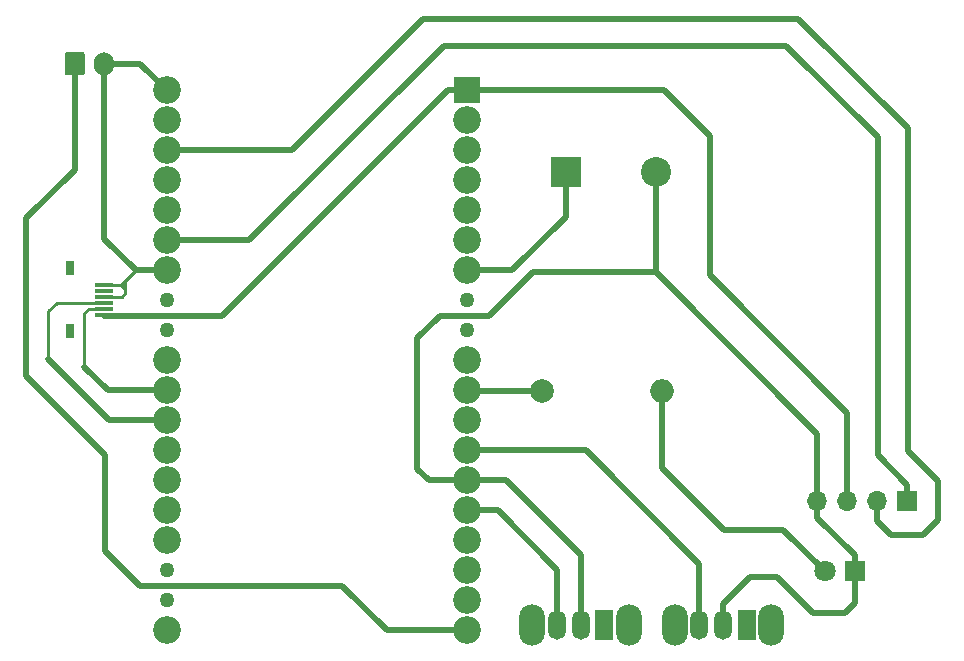
<source format=gbr>
G04 #@! TF.GenerationSoftware,KiCad,Pcbnew,(5.1.0-0)*
G04 #@! TF.CreationDate,2020-03-17T17:06:50+09:00*
G04 #@! TF.ProjectId,CERS,43455253-2e6b-4696-9361-645f70636258,1.0*
G04 #@! TF.SameCoordinates,PX2349340PY67f3540*
G04 #@! TF.FileFunction,Copper,L1,Top*
G04 #@! TF.FilePolarity,Positive*
%FSLAX46Y46*%
G04 Gerber Fmt 4.6, Leading zero omitted, Abs format (unit mm)*
G04 Created by KiCad (PCBNEW (5.1.0-0)) date 2020-03-17 17:06:50*
%MOMM*%
%LPD*%
G04 APERTURE LIST*
%ADD10O,2.200000X3.500000*%
%ADD11O,1.500000X2.500000*%
%ADD12R,1.500000X2.500000*%
%ADD13C,2.340000*%
%ADD14C,1.270000*%
%ADD15R,2.240000X2.240000*%
%ADD16O,2.000000X2.000000*%
%ADD17C,2.000000*%
%ADD18O,1.700000X1.700000*%
%ADD19R,1.700000X1.700000*%
%ADD20O,1.700000X2.000000*%
%ADD21C,0.100000*%
%ADD22C,1.700000*%
%ADD23R,0.800000X1.200000*%
%ADD24R,1.600000X0.300000*%
%ADD25C,1.800000*%
%ADD26R,1.800000X1.800000*%
%ADD27C,2.540000*%
%ADD28R,2.540000X2.540000*%
%ADD29C,0.500000*%
%ADD30C,0.250000*%
G04 APERTURE END LIST*
D10*
X54241200Y3500000D03*
X62441200Y3500000D03*
D11*
X56341200Y3500000D03*
X58341200Y3500000D03*
D12*
X60341200Y3500000D03*
D10*
X66289500Y3500000D03*
X74489500Y3500000D03*
D11*
X68389500Y3500000D03*
X70389500Y3500000D03*
D12*
X72389500Y3500000D03*
D13*
X23300000Y48720000D03*
X23300000Y46180000D03*
X23300000Y43640000D03*
X23300000Y41100000D03*
X23300000Y38560000D03*
X23300000Y36020000D03*
X23300000Y33480000D03*
D14*
X23300000Y30940000D03*
X23300000Y28400000D03*
D13*
X23300000Y25860000D03*
X23300000Y23320000D03*
X23300000Y20780000D03*
X23300000Y18240000D03*
X23300000Y15700000D03*
X23300000Y13160000D03*
X23300000Y10620000D03*
D14*
X23300000Y8080000D03*
X23300000Y5540000D03*
D13*
X23300000Y3000000D03*
X48700000Y5540000D03*
X48700000Y8080000D03*
X48700000Y10620000D03*
X48700000Y13160000D03*
X48700000Y15700000D03*
X48700000Y18240000D03*
X48700000Y20780000D03*
X48700000Y23320000D03*
X48700000Y25860000D03*
D14*
X48700000Y28400000D03*
X48700000Y30940000D03*
D13*
X48700000Y33480000D03*
X48700000Y36020000D03*
X48700000Y38560000D03*
X48700000Y41100000D03*
X48700000Y43640000D03*
X48700000Y3000000D03*
X48700000Y46180000D03*
D15*
X48700000Y48720000D03*
D16*
X65214000Y23282000D03*
D17*
X55054000Y23282000D03*
D18*
X78380000Y14000000D03*
X80920000Y14000000D03*
X83460000Y14000000D03*
D19*
X86000000Y14000000D03*
D20*
X18000000Y51000000D03*
D21*
G36*
X16124504Y51998796D02*
G01*
X16148773Y51995196D01*
X16172571Y51989235D01*
X16195671Y51980970D01*
X16217849Y51970480D01*
X16238893Y51957867D01*
X16258598Y51943253D01*
X16276777Y51926777D01*
X16293253Y51908598D01*
X16307867Y51888893D01*
X16320480Y51867849D01*
X16330970Y51845671D01*
X16339235Y51822571D01*
X16345196Y51798773D01*
X16348796Y51774504D01*
X16350000Y51750000D01*
X16350000Y50250000D01*
X16348796Y50225496D01*
X16345196Y50201227D01*
X16339235Y50177429D01*
X16330970Y50154329D01*
X16320480Y50132151D01*
X16307867Y50111107D01*
X16293253Y50091402D01*
X16276777Y50073223D01*
X16258598Y50056747D01*
X16238893Y50042133D01*
X16217849Y50029520D01*
X16195671Y50019030D01*
X16172571Y50010765D01*
X16148773Y50004804D01*
X16124504Y50001204D01*
X16100000Y50000000D01*
X14900000Y50000000D01*
X14875496Y50001204D01*
X14851227Y50004804D01*
X14827429Y50010765D01*
X14804329Y50019030D01*
X14782151Y50029520D01*
X14761107Y50042133D01*
X14741402Y50056747D01*
X14723223Y50073223D01*
X14706747Y50091402D01*
X14692133Y50111107D01*
X14679520Y50132151D01*
X14669030Y50154329D01*
X14660765Y50177429D01*
X14654804Y50201227D01*
X14651204Y50225496D01*
X14650000Y50250000D01*
X14650000Y51750000D01*
X14651204Y51774504D01*
X14654804Y51798773D01*
X14660765Y51822571D01*
X14669030Y51845671D01*
X14679520Y51867849D01*
X14692133Y51888893D01*
X14706747Y51908598D01*
X14723223Y51926777D01*
X14741402Y51943253D01*
X14761107Y51957867D01*
X14782151Y51970480D01*
X14804329Y51980970D01*
X14827429Y51989235D01*
X14851227Y51995196D01*
X14875496Y51998796D01*
X14900000Y52000000D01*
X16100000Y52000000D01*
X16124504Y51998796D01*
X16124504Y51998796D01*
G37*
D22*
X15500000Y51000000D03*
D23*
X15100000Y28350000D03*
X15100000Y33650000D03*
D24*
X18000000Y32250000D03*
X18000000Y31750000D03*
X18000000Y31250000D03*
X18000000Y30750000D03*
X18000000Y30250000D03*
X18000000Y29750000D03*
D25*
X79000000Y8000000D03*
D26*
X81540000Y8000000D03*
D27*
X64686000Y41824000D03*
D28*
X57086000Y41824000D03*
D29*
X78380000Y12560000D02*
X78380000Y14000000D01*
X81540000Y9400000D02*
X78380000Y12560000D01*
X81540000Y8000000D02*
X81540000Y9400000D01*
X21020000Y51000000D02*
X18000000Y51000000D01*
X23300000Y48720000D02*
X21020000Y51000000D01*
D30*
X18000000Y31250000D02*
X19461000Y31250000D01*
X19461000Y31250000D02*
X19748000Y31537000D01*
D29*
X18000000Y36155000D02*
X20675000Y33480000D01*
X18000000Y51000000D02*
X18000000Y36155000D01*
X20675000Y33480000D02*
X23300000Y33480000D01*
D30*
X18000000Y32250000D02*
X19416000Y32250000D01*
X19748000Y31918000D02*
X19748000Y31664000D01*
X19748000Y31664000D02*
X19748000Y31537000D01*
X19748000Y32553000D02*
X20675000Y33480000D01*
X19445000Y32250000D02*
X19748000Y32553000D01*
X19416000Y32250000D02*
X19445000Y32250000D01*
X19621000Y32172000D02*
X19748000Y32299000D01*
X19494000Y32172000D02*
X19621000Y32172000D01*
X19748000Y31664000D02*
X19748000Y32299000D01*
X19748000Y32299000D02*
X19748000Y32553000D01*
X19416000Y32250000D02*
X19494000Y32172000D01*
X19494000Y32172000D02*
X19748000Y31918000D01*
D29*
X78380000Y14000000D02*
X78380000Y19641000D01*
X64686000Y33335000D02*
X64686000Y41824000D01*
X78380000Y19641000D02*
X64686000Y33335000D01*
X54312000Y33335000D02*
X50609000Y29632000D01*
X64686000Y33335000D02*
X54312000Y33335000D01*
X50609000Y29632000D02*
X46418000Y29632000D01*
X46418000Y29632000D02*
X44513000Y27727000D01*
X44513000Y27727000D02*
X44513000Y16678000D01*
X45491000Y15700000D02*
X48700000Y15700000D01*
X44513000Y16678000D02*
X45491000Y15700000D01*
X70389500Y5250000D02*
X72639500Y7500000D01*
X70389500Y3500000D02*
X70389500Y5250000D01*
X72639500Y7500000D02*
X75000000Y7500000D01*
X75000000Y7500000D02*
X78000000Y4500000D01*
X78000000Y4500000D02*
X80750000Y4500000D01*
X81540000Y5290000D02*
X81540000Y8000000D01*
X80750000Y4500000D02*
X81540000Y5290000D01*
X58341200Y3500000D02*
X58341200Y9408800D01*
X52050000Y15700000D02*
X58341200Y9408800D01*
X48700000Y15700000D02*
X52050000Y15700000D01*
X18100001Y29649999D02*
X18000000Y29649999D01*
X27992000Y29632000D02*
X18118000Y29632000D01*
X18118000Y29632000D02*
X18100001Y29649999D01*
X47080000Y48720000D02*
X27992000Y29632000D01*
X48700000Y48720000D02*
X47080000Y48720000D01*
X69278000Y44872000D02*
X65430000Y48720000D01*
X69278000Y33061000D02*
X69278000Y44872000D01*
X80920000Y21419000D02*
X69278000Y33061000D01*
X65430000Y48720000D02*
X48700000Y48720000D01*
X80920000Y14000000D02*
X80920000Y21419000D01*
X30251000Y36020000D02*
X23300000Y36020000D01*
X46723000Y52492000D02*
X30251000Y36020000D01*
X75755000Y52492000D02*
X46723000Y52492000D01*
X86000000Y15350000D02*
X83502000Y17848000D01*
X83502000Y44745000D02*
X75755000Y52492000D01*
X83502000Y17848000D02*
X83502000Y44745000D01*
X86000000Y14000000D02*
X86000000Y15350000D01*
X33883000Y43640000D02*
X23300000Y43640000D01*
X76771000Y54778000D02*
X45021000Y54778000D01*
X45021000Y54778000D02*
X33883000Y43640000D01*
X86042000Y45507000D02*
X76771000Y54778000D01*
X88582000Y15662000D02*
X86042000Y18202000D01*
X84645000Y11090000D02*
X87312000Y11090000D01*
X88582000Y12360000D02*
X88582000Y15662000D01*
X87312000Y11090000D02*
X88582000Y12360000D01*
X83460000Y12275000D02*
X84645000Y11090000D01*
X86042000Y18202000D02*
X86042000Y45507000D01*
X83460000Y14000000D02*
X83460000Y12275000D01*
X15500000Y42021000D02*
X15500000Y51000000D01*
X11366000Y37887000D02*
X15500000Y42021000D01*
X18097000Y17821000D02*
X11366000Y24552000D01*
X18097000Y9693000D02*
X18097000Y17821000D01*
X11366000Y24552000D02*
X11366000Y37887000D01*
X21018000Y6772000D02*
X18097000Y9693000D01*
X48700000Y3000000D02*
X41935000Y3000000D01*
X38163000Y6772000D02*
X21018000Y6772000D01*
X41935000Y3000000D02*
X38163000Y6772000D01*
X57086000Y38014000D02*
X57086000Y41824000D01*
X52552000Y33480000D02*
X57086000Y38014000D01*
X48700000Y33480000D02*
X52552000Y33480000D01*
X65214000Y16786000D02*
X65214000Y23282000D01*
X70500000Y11500000D02*
X65214000Y16786000D01*
X75500000Y11500000D02*
X70500000Y11500000D01*
X79000000Y8000000D02*
X75500000Y11500000D01*
D30*
X18000000Y30750000D02*
X14008000Y30750000D01*
X14008000Y30750000D02*
X13271000Y30013000D01*
X13271000Y30013000D02*
X13271000Y25949000D01*
D29*
X18440000Y20780000D02*
X13271000Y25949000D01*
X23300000Y20780000D02*
X18440000Y20780000D01*
D30*
X16683000Y30250000D02*
X18000000Y30250000D01*
X16319000Y29886000D02*
X16683000Y30250000D01*
X16319000Y25314000D02*
X16319000Y29886000D01*
D29*
X18313000Y23320000D02*
X16319000Y25314000D01*
X23300000Y23320000D02*
X18313000Y23320000D01*
X48738000Y23282000D02*
X48700000Y23320000D01*
X55054000Y23282000D02*
X48738000Y23282000D01*
X56341200Y3500000D02*
X56341200Y8158800D01*
X51340000Y13160000D02*
X48700000Y13160000D01*
X56341200Y8158800D02*
X51340000Y13160000D01*
X68389500Y3500000D02*
X68389500Y8610500D01*
X58760000Y18240000D02*
X48700000Y18240000D01*
X68389500Y8610500D02*
X58760000Y18240000D01*
M02*

</source>
